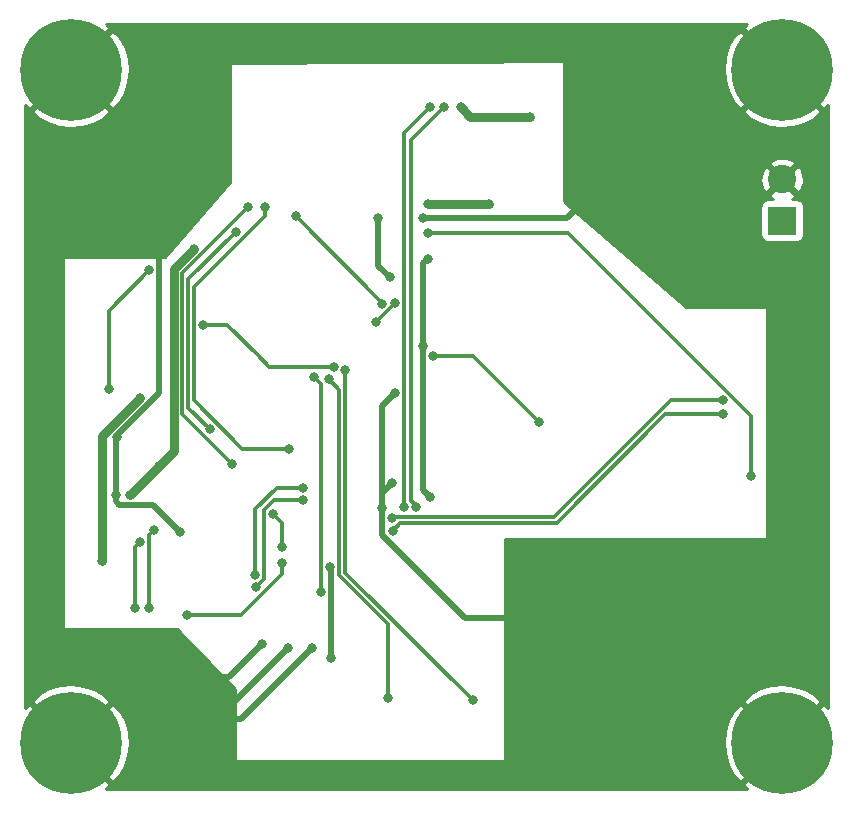
<source format=gbr>
%TF.GenerationSoftware,KiCad,Pcbnew,(5.1.9-0-10_14)*%
%TF.CreationDate,2021-04-28T14:39:26+08:00*%
%TF.ProjectId,TPT_PCB,5450545f-5043-4422-9e6b-696361645f70,rev?*%
%TF.SameCoordinates,Original*%
%TF.FileFunction,Copper,L2,Bot*%
%TF.FilePolarity,Positive*%
%FSLAX46Y46*%
G04 Gerber Fmt 4.6, Leading zero omitted, Abs format (unit mm)*
G04 Created by KiCad (PCBNEW (5.1.9-0-10_14)) date 2021-04-28 14:39:26*
%MOMM*%
%LPD*%
G01*
G04 APERTURE LIST*
%TA.AperFunction,ComponentPad*%
%ADD10C,2.400000*%
%TD*%
%TA.AperFunction,ComponentPad*%
%ADD11R,2.400000X2.400000*%
%TD*%
%TA.AperFunction,ComponentPad*%
%ADD12C,0.900000*%
%TD*%
%TA.AperFunction,ComponentPad*%
%ADD13C,8.600000*%
%TD*%
%TA.AperFunction,ViaPad*%
%ADD14C,0.800000*%
%TD*%
%TA.AperFunction,Conductor*%
%ADD15C,0.750000*%
%TD*%
%TA.AperFunction,Conductor*%
%ADD16C,0.500000*%
%TD*%
%TA.AperFunction,Conductor*%
%ADD17C,0.300000*%
%TD*%
%TA.AperFunction,Conductor*%
%ADD18C,0.254000*%
%TD*%
%TA.AperFunction,Conductor*%
%ADD19C,0.100000*%
%TD*%
G04 APERTURE END LIST*
D10*
%TO.P,J7,2*%
%TO.N,GND*%
X189000000Y-74300000D03*
D11*
%TO.P,J7,1*%
%TO.N,+5V*%
X189000000Y-77800000D03*
%TD*%
D12*
%TO.P,H1,1*%
%TO.N,GND*%
X191280419Y-62719581D03*
X189000000Y-61775000D03*
X186719581Y-62719581D03*
X185775000Y-65000000D03*
X186719581Y-67280419D03*
X189000000Y-68225000D03*
X191280419Y-67280419D03*
X192225000Y-65000000D03*
D13*
X189000000Y-65000000D03*
%TD*%
%TO.P,H2,1*%
%TO.N,GND*%
X189000000Y-122000000D03*
D12*
X192225000Y-122000000D03*
X191280419Y-124280419D03*
X189000000Y-125225000D03*
X186719581Y-124280419D03*
X185775000Y-122000000D03*
X186719581Y-119719581D03*
X189000000Y-118775000D03*
X191280419Y-119719581D03*
%TD*%
%TO.P,H3,1*%
%TO.N,GND*%
X131080419Y-62719581D03*
X128800000Y-61775000D03*
X126519581Y-62719581D03*
X125575000Y-65000000D03*
X126519581Y-67280419D03*
X128800000Y-68225000D03*
X131080419Y-67280419D03*
X132025000Y-65000000D03*
D13*
X128800000Y-65000000D03*
%TD*%
%TO.P,H4,1*%
%TO.N,GND*%
X128800000Y-122000000D03*
D12*
X132025000Y-122000000D03*
X131080419Y-124280419D03*
X128800000Y-125225000D03*
X126519581Y-124280419D03*
X125575000Y-122000000D03*
X126519581Y-119719581D03*
X128800000Y-118775000D03*
X131080419Y-119719581D03*
%TD*%
D14*
%TO.N,+5V*%
X167650000Y-69000000D03*
X161800000Y-68200000D03*
X162600000Y-69000000D03*
X131400000Y-106600000D03*
X134600000Y-92800000D03*
%TO.N,+3V3*%
X164200000Y-76400000D03*
X159000000Y-76400000D03*
X158994669Y-80994669D03*
X159200000Y-101200000D03*
X158625009Y-88374991D03*
X150749990Y-107100040D03*
X150800000Y-114800000D03*
X133800000Y-101000000D03*
X139169669Y-80169669D03*
X136200000Y-98600000D03*
%TO.N,/NRST*%
X147800000Y-77400000D03*
X155118440Y-84870898D03*
X159475010Y-89227468D03*
X168400000Y-94800000D03*
%TO.N,/Forward_LED*%
X152000000Y-90400000D03*
X162800000Y-118400000D03*
%TO.N,/Left_LED*%
X159000000Y-78800000D03*
X186400000Y-99400000D03*
%TO.N,/Right_LED*%
X132000000Y-92000000D03*
X139950020Y-86591109D03*
X151029856Y-90157464D03*
X135400000Y-82000000D03*
%TO.N,/Upward_LED*%
X155600000Y-118200000D03*
X150600000Y-91200000D03*
%TO.N,/Rear_LED*%
X154600000Y-86400000D03*
X156250000Y-84800000D03*
%TO.N,/Right_SCL*%
X146650000Y-105382081D03*
X145900001Y-102597524D03*
%TO.N,/Right_SDA*%
X146650000Y-106800000D03*
X138600000Y-111212510D03*
%TO.N,/Rear_SCL*%
X157000000Y-102000000D03*
X159200000Y-68200000D03*
%TO.N,/Rear_SDA*%
X160400000Y-68200000D03*
X158000003Y-102000000D03*
%TO.N,/Left_SCL*%
X184000000Y-93000000D03*
X156000000Y-103000000D03*
%TO.N,/Left_SDA*%
X184000000Y-94200000D03*
X156030331Y-104030331D03*
%TO.N,/Upward_SCL*%
X134200000Y-110600000D03*
X134650000Y-105000000D03*
%TO.N,/Upward_SDA*%
X135800000Y-104000000D03*
X135400000Y-110600000D03*
%TO.N,/SWO*%
X147257239Y-97096319D03*
X145200000Y-76600000D03*
%TO.N,/SWCLK*%
X142400000Y-98400000D03*
X143800000Y-76600000D03*
%TO.N,/SWDIO*%
X142730331Y-78730331D03*
X140530331Y-95469669D03*
%TO.N,/Master_Reset*%
X149951425Y-109201067D03*
X149369669Y-91030331D03*
%TO.N,Master_SDA*%
X144430329Y-108830332D03*
X148400000Y-101400000D03*
%TO.N,Master_SCL*%
X144400000Y-107800000D03*
X148400000Y-100400000D03*
%TO.N,GND*%
X176800000Y-71000000D03*
X180000000Y-76000000D03*
X173400000Y-77600000D03*
X179000000Y-111600000D03*
X168400000Y-113600000D03*
X130994669Y-80605331D03*
X132600000Y-101000000D03*
X141600000Y-117400000D03*
X145000000Y-113600000D03*
X166400000Y-120850008D03*
X190600000Y-106000000D03*
X183400000Y-83600000D03*
X172400000Y-77375000D03*
X171800000Y-63000000D03*
X171600000Y-64000000D03*
X140400000Y-73000000D03*
X158600000Y-77600000D03*
X155800000Y-82600000D03*
X154800000Y-77600000D03*
X156200000Y-92400000D03*
X156000000Y-100000000D03*
X155149999Y-102149999D03*
X147200000Y-113950000D03*
X149200000Y-113950000D03*
X138000000Y-104125000D03*
X132660429Y-96118431D03*
X173800000Y-106000000D03*
X166600000Y-106200000D03*
X172600000Y-118800000D03*
X127000000Y-89200000D03*
%TD*%
D15*
%TO.N,+5V*%
X162600000Y-69000000D02*
X161800000Y-68200000D01*
X167650000Y-69000000D02*
X162600000Y-69000000D01*
X131400000Y-96000000D02*
X134600000Y-92800000D01*
X131400000Y-106600000D02*
X131400000Y-96000000D01*
%TO.N,+3V3*%
X164200000Y-76400000D02*
X159000000Y-76400000D01*
D16*
X158625009Y-100625009D02*
X159200000Y-101200000D01*
X158994669Y-80994669D02*
X158625009Y-81364329D01*
X158625009Y-88374991D02*
X158625009Y-100625009D01*
X158625009Y-81364329D02*
X158625009Y-88374991D01*
X150801426Y-114798574D02*
X150800000Y-114800000D01*
X150801426Y-107151476D02*
X150801426Y-114798574D01*
X150749990Y-107100040D02*
X150801426Y-107151476D01*
D15*
X137474990Y-81864348D02*
X137474990Y-97325010D01*
X139169669Y-80169669D02*
X137474990Y-81864348D01*
X136200000Y-98600000D02*
X133800000Y-101000000D01*
X137474990Y-97325010D02*
X136200000Y-98600000D01*
D17*
%TO.N,/NRST*%
X155118440Y-84718440D02*
X155118440Y-84870898D01*
X147800000Y-77400000D02*
X155118440Y-84718440D01*
X162827468Y-89227468D02*
X168400000Y-94800000D01*
X159475010Y-89227468D02*
X162827468Y-89227468D01*
%TO.N,/Forward_LED*%
X152000000Y-107600000D02*
X162800000Y-118400000D01*
X152000000Y-90400000D02*
X152000000Y-107600000D01*
%TO.N,/Left_LED*%
X186400000Y-94289998D02*
X186400000Y-99400000D01*
X170910002Y-78800000D02*
X186400000Y-94289998D01*
X159000000Y-78800000D02*
X170910002Y-78800000D01*
%TO.N,/Right_LED*%
X139950020Y-86591109D02*
X141991109Y-86591109D01*
X151029856Y-90157464D02*
X145557464Y-90157464D01*
X144600000Y-89200000D02*
X144769668Y-89369668D01*
X145557464Y-90157464D02*
X144600000Y-89200000D01*
X141991109Y-86591109D02*
X144600000Y-89200000D01*
X132000000Y-85400000D02*
X132000000Y-92000000D01*
X135400000Y-82000000D02*
X132000000Y-85400000D01*
%TO.N,/Upward_LED*%
X151499990Y-107807110D02*
X155600000Y-111907120D01*
X155600000Y-111907120D02*
X155600000Y-118200000D01*
X151499990Y-92099990D02*
X151499990Y-92900010D01*
X151499990Y-92900010D02*
X151499990Y-107807110D01*
X150600000Y-91200000D02*
X151499990Y-92099990D01*
X151499990Y-92607454D02*
X151499990Y-92900010D01*
%TO.N,/Rear_LED*%
X154650000Y-86400000D02*
X156250000Y-84800000D01*
X154600000Y-86400000D02*
X154650000Y-86400000D01*
%TO.N,/Right_SCL*%
X146650000Y-103347523D02*
X145900001Y-102597524D01*
X146650000Y-105382081D02*
X146650000Y-103347523D01*
%TO.N,/Right_SDA*%
X143158153Y-111212510D02*
X138600000Y-111212510D01*
X146650000Y-107720663D02*
X143158153Y-111212510D01*
X146650000Y-106800000D02*
X146650000Y-107720663D01*
%TO.N,/Rear_SCL*%
X157000000Y-70400000D02*
X159200000Y-68200000D01*
X157000000Y-102000000D02*
X157000000Y-70400000D01*
%TO.N,/Rear_SDA*%
X160400000Y-68200000D02*
X157600000Y-71000000D01*
X157600000Y-101489998D02*
X158000003Y-101890001D01*
X158000003Y-101890001D02*
X158000003Y-102000000D01*
X157600000Y-71000000D02*
X157600000Y-101489998D01*
%TO.N,/Left_SCL*%
X179600000Y-93000000D02*
X184000000Y-93000000D01*
X156100000Y-102900000D02*
X169700000Y-102900000D01*
X169700000Y-102900000D02*
X179600000Y-93000000D01*
%TO.N,/Left_SDA*%
X179107120Y-94200000D02*
X184000000Y-94200000D01*
X169907110Y-103400010D02*
X179107120Y-94200000D01*
X156660651Y-103400010D02*
X169907110Y-103400010D01*
X156030331Y-104030331D02*
X156660651Y-103400010D01*
%TO.N,/Upward_SCL*%
X134200000Y-105450000D02*
X134650000Y-105000000D01*
X134200000Y-110600000D02*
X134200000Y-105450000D01*
%TO.N,/Upward_SDA*%
X135400000Y-104400000D02*
X135400000Y-110600000D01*
X135800000Y-104000000D02*
X135400000Y-104400000D01*
%TO.N,/SWO*%
X147257239Y-97096319D02*
X143296319Y-97096319D01*
X139200020Y-83370644D02*
X145200000Y-77370664D01*
X145200000Y-77370664D02*
X145200000Y-76600000D01*
X139200020Y-93000020D02*
X139200020Y-83370644D01*
X143296319Y-97096319D02*
X139200020Y-93000020D01*
%TO.N,/SWCLK*%
X142400000Y-98400000D02*
X138200000Y-94200000D01*
X138200000Y-82200000D02*
X143800000Y-76600000D01*
X138200000Y-94200000D02*
X138200000Y-82200000D01*
%TO.N,/SWDIO*%
X142730331Y-78730331D02*
X138700010Y-82760652D01*
X138700010Y-93639348D02*
X140530331Y-95469669D01*
X138700010Y-82760652D02*
X138700010Y-93639348D01*
%TO.N,/Master_Reset*%
X149369669Y-91030331D02*
X149951425Y-91612087D01*
X149951425Y-91612087D02*
X149951425Y-92751425D01*
X149951425Y-92751425D02*
X149951425Y-92551425D01*
X149951425Y-109201067D02*
X149951425Y-92751425D01*
%TO.N,Master_SDA*%
X145150001Y-108110660D02*
X145150001Y-102249999D01*
X144430329Y-108830332D02*
X145150001Y-108110660D01*
X145150001Y-102249999D02*
X146000000Y-101400000D01*
X146000000Y-101400000D02*
X148400000Y-101400000D01*
%TO.N,Master_SCL*%
X144400000Y-102200000D02*
X144400000Y-107800000D01*
X146200000Y-100400000D02*
X144400000Y-102200000D01*
X148400000Y-100400000D02*
X146200000Y-100400000D01*
D16*
%TO.N,GND*%
X136250001Y-92408001D02*
X136250001Y-79650001D01*
X132600000Y-96058002D02*
X136250001Y-92408001D01*
X132600000Y-101000000D02*
X132600000Y-96058002D01*
X145000000Y-113600000D02*
X142200000Y-116400000D01*
X142200000Y-116400000D02*
X140800000Y-116400000D01*
X158600000Y-77600000D02*
X170800000Y-77600000D01*
X170800000Y-77600000D02*
X173800000Y-74600000D01*
X155800000Y-82600000D02*
X154800000Y-81600000D01*
X154800000Y-81600000D02*
X154800000Y-77600000D01*
X155149999Y-104408001D02*
X162141998Y-111400000D01*
X156200000Y-92400000D02*
X155149999Y-93450001D01*
X162141998Y-111400000D02*
X167200000Y-111400000D01*
X155149999Y-100850001D02*
X155149999Y-101050001D01*
X156000000Y-100000000D02*
X155149999Y-100850001D01*
X155149999Y-93450001D02*
X155149999Y-101050001D01*
X155149999Y-102149999D02*
X155149999Y-104408001D01*
X155149999Y-101050001D02*
X155149999Y-102149999D01*
X147200000Y-113950000D02*
X141550000Y-119600000D01*
X149200000Y-113950000D02*
X143150000Y-120000000D01*
X143150000Y-120000000D02*
X141600000Y-120000000D01*
X132600000Y-101565685D02*
X132600000Y-101000000D01*
X132884316Y-101850001D02*
X132600000Y-101565685D01*
X135725001Y-101850001D02*
X132884316Y-101850001D01*
X138000000Y-104125000D02*
X135725001Y-101850001D01*
%TD*%
D18*
%TO.N,GND*%
X185696787Y-61517182D02*
X189000000Y-64820395D01*
X189014143Y-64806253D01*
X189193748Y-64985858D01*
X189179605Y-65000000D01*
X192482818Y-68303213D01*
X192890001Y-67970508D01*
X192890001Y-85073000D01*
X180847322Y-85073000D01*
X171056300Y-76600000D01*
X187161928Y-76600000D01*
X187161928Y-79000000D01*
X187174188Y-79124482D01*
X187210498Y-79244180D01*
X187269463Y-79354494D01*
X187348815Y-79451185D01*
X187445506Y-79530537D01*
X187555820Y-79589502D01*
X187675518Y-79625812D01*
X187800000Y-79638072D01*
X190200000Y-79638072D01*
X190324482Y-79625812D01*
X190444180Y-79589502D01*
X190554494Y-79530537D01*
X190651185Y-79451185D01*
X190730537Y-79354494D01*
X190789502Y-79244180D01*
X190825812Y-79124482D01*
X190838072Y-79000000D01*
X190838072Y-76600000D01*
X190825812Y-76475518D01*
X190789502Y-76355820D01*
X190730537Y-76245506D01*
X190651185Y-76148815D01*
X190554494Y-76069463D01*
X190444180Y-76010498D01*
X190324482Y-75974188D01*
X190200000Y-75961928D01*
X189793097Y-75961928D01*
X189978486Y-75862836D01*
X190098374Y-75577980D01*
X189000000Y-74479605D01*
X187901626Y-75577980D01*
X188021514Y-75862836D01*
X188220912Y-75961928D01*
X187800000Y-75961928D01*
X187675518Y-75974188D01*
X187555820Y-76010498D01*
X187445506Y-76069463D01*
X187348815Y-76148815D01*
X187269463Y-76245506D01*
X187210498Y-76355820D01*
X187174188Y-76475518D01*
X187161928Y-76600000D01*
X171056300Y-76600000D01*
X170527000Y-76141952D01*
X170527000Y-74354684D01*
X187156933Y-74354684D01*
X187203015Y-74713198D01*
X187318154Y-75055833D01*
X187437164Y-75278486D01*
X187722020Y-75398374D01*
X188820395Y-74300000D01*
X189179605Y-74300000D01*
X190277980Y-75398374D01*
X190562836Y-75278486D01*
X190723699Y-74954790D01*
X190818322Y-74605931D01*
X190843067Y-74245316D01*
X190796985Y-73886802D01*
X190681846Y-73544167D01*
X190562836Y-73321514D01*
X190277980Y-73201626D01*
X189179605Y-74300000D01*
X188820395Y-74300000D01*
X187722020Y-73201626D01*
X187437164Y-73321514D01*
X187276301Y-73645210D01*
X187181678Y-73994069D01*
X187156933Y-74354684D01*
X170527000Y-74354684D01*
X170527000Y-73022020D01*
X187901626Y-73022020D01*
X189000000Y-74120395D01*
X190098374Y-73022020D01*
X189978486Y-72737164D01*
X189654790Y-72576301D01*
X189305931Y-72481678D01*
X188945316Y-72456933D01*
X188586802Y-72503015D01*
X188244167Y-72618154D01*
X188021514Y-72737164D01*
X187901626Y-73022020D01*
X170527000Y-73022020D01*
X170527000Y-68482818D01*
X185696787Y-68482818D01*
X186188946Y-69085149D01*
X187039933Y-69555063D01*
X187966243Y-69849929D01*
X188932281Y-69958414D01*
X189900921Y-69876351D01*
X190834938Y-69606893D01*
X191698440Y-69160394D01*
X191811054Y-69085149D01*
X192303213Y-68482818D01*
X189000000Y-65179605D01*
X185696787Y-68482818D01*
X170527000Y-68482818D01*
X170527000Y-64932281D01*
X184041586Y-64932281D01*
X184123649Y-65900921D01*
X184393107Y-66834938D01*
X184839606Y-67698440D01*
X184914851Y-67811054D01*
X185517182Y-68303213D01*
X188820395Y-65000000D01*
X185517182Y-61696787D01*
X184914851Y-62188946D01*
X184444937Y-63039933D01*
X184150071Y-63966243D01*
X184041586Y-64932281D01*
X170527000Y-64932281D01*
X170527000Y-61110000D01*
X186029492Y-61110000D01*
X185696787Y-61517182D01*
%TA.AperFunction,Conductor*%
D19*
G36*
X185696787Y-61517182D02*
G01*
X189000000Y-64820395D01*
X189014143Y-64806253D01*
X189193748Y-64985858D01*
X189179605Y-65000000D01*
X192482818Y-68303213D01*
X192890001Y-67970508D01*
X192890001Y-85073000D01*
X180847322Y-85073000D01*
X171056300Y-76600000D01*
X187161928Y-76600000D01*
X187161928Y-79000000D01*
X187174188Y-79124482D01*
X187210498Y-79244180D01*
X187269463Y-79354494D01*
X187348815Y-79451185D01*
X187445506Y-79530537D01*
X187555820Y-79589502D01*
X187675518Y-79625812D01*
X187800000Y-79638072D01*
X190200000Y-79638072D01*
X190324482Y-79625812D01*
X190444180Y-79589502D01*
X190554494Y-79530537D01*
X190651185Y-79451185D01*
X190730537Y-79354494D01*
X190789502Y-79244180D01*
X190825812Y-79124482D01*
X190838072Y-79000000D01*
X190838072Y-76600000D01*
X190825812Y-76475518D01*
X190789502Y-76355820D01*
X190730537Y-76245506D01*
X190651185Y-76148815D01*
X190554494Y-76069463D01*
X190444180Y-76010498D01*
X190324482Y-75974188D01*
X190200000Y-75961928D01*
X189793097Y-75961928D01*
X189978486Y-75862836D01*
X190098374Y-75577980D01*
X189000000Y-74479605D01*
X187901626Y-75577980D01*
X188021514Y-75862836D01*
X188220912Y-75961928D01*
X187800000Y-75961928D01*
X187675518Y-75974188D01*
X187555820Y-76010498D01*
X187445506Y-76069463D01*
X187348815Y-76148815D01*
X187269463Y-76245506D01*
X187210498Y-76355820D01*
X187174188Y-76475518D01*
X187161928Y-76600000D01*
X171056300Y-76600000D01*
X170527000Y-76141952D01*
X170527000Y-74354684D01*
X187156933Y-74354684D01*
X187203015Y-74713198D01*
X187318154Y-75055833D01*
X187437164Y-75278486D01*
X187722020Y-75398374D01*
X188820395Y-74300000D01*
X189179605Y-74300000D01*
X190277980Y-75398374D01*
X190562836Y-75278486D01*
X190723699Y-74954790D01*
X190818322Y-74605931D01*
X190843067Y-74245316D01*
X190796985Y-73886802D01*
X190681846Y-73544167D01*
X190562836Y-73321514D01*
X190277980Y-73201626D01*
X189179605Y-74300000D01*
X188820395Y-74300000D01*
X187722020Y-73201626D01*
X187437164Y-73321514D01*
X187276301Y-73645210D01*
X187181678Y-73994069D01*
X187156933Y-74354684D01*
X170527000Y-74354684D01*
X170527000Y-73022020D01*
X187901626Y-73022020D01*
X189000000Y-74120395D01*
X190098374Y-73022020D01*
X189978486Y-72737164D01*
X189654790Y-72576301D01*
X189305931Y-72481678D01*
X188945316Y-72456933D01*
X188586802Y-72503015D01*
X188244167Y-72618154D01*
X188021514Y-72737164D01*
X187901626Y-73022020D01*
X170527000Y-73022020D01*
X170527000Y-68482818D01*
X185696787Y-68482818D01*
X186188946Y-69085149D01*
X187039933Y-69555063D01*
X187966243Y-69849929D01*
X188932281Y-69958414D01*
X189900921Y-69876351D01*
X190834938Y-69606893D01*
X191698440Y-69160394D01*
X191811054Y-69085149D01*
X192303213Y-68482818D01*
X189000000Y-65179605D01*
X185696787Y-68482818D01*
X170527000Y-68482818D01*
X170527000Y-64932281D01*
X184041586Y-64932281D01*
X184123649Y-65900921D01*
X184393107Y-66834938D01*
X184839606Y-67698440D01*
X184914851Y-67811054D01*
X185517182Y-68303213D01*
X188820395Y-65000000D01*
X185517182Y-61696787D01*
X184914851Y-62188946D01*
X184444937Y-63039933D01*
X184150071Y-63966243D01*
X184041586Y-64932281D01*
X170527000Y-64932281D01*
X170527000Y-61110000D01*
X186029492Y-61110000D01*
X185696787Y-61517182D01*
G37*
%TD.AperFunction*%
%TD*%
D18*
%TO.N,GND*%
X142273000Y-74552282D02*
X136742372Y-80873000D01*
X124910000Y-80873000D01*
X124910000Y-68482818D01*
X125496787Y-68482818D01*
X125988946Y-69085149D01*
X126839933Y-69555063D01*
X127766243Y-69849929D01*
X128732281Y-69958414D01*
X129700921Y-69876351D01*
X130634938Y-69606893D01*
X131498440Y-69160394D01*
X131611054Y-69085149D01*
X132103213Y-68482818D01*
X128800000Y-65179605D01*
X125496787Y-68482818D01*
X124910000Y-68482818D01*
X124910000Y-67970508D01*
X125317182Y-68303213D01*
X128620395Y-65000000D01*
X128979605Y-65000000D01*
X132282818Y-68303213D01*
X132885149Y-67811054D01*
X133355063Y-66960067D01*
X133649929Y-66033757D01*
X133758414Y-65067719D01*
X133676351Y-64099079D01*
X133406893Y-63165062D01*
X132960394Y-62301560D01*
X132885149Y-62188946D01*
X132282818Y-61696787D01*
X128979605Y-65000000D01*
X128620395Y-65000000D01*
X128606253Y-64985858D01*
X128785858Y-64806253D01*
X128800000Y-64820395D01*
X132103213Y-61517182D01*
X131770508Y-61110000D01*
X142273000Y-61110000D01*
X142273000Y-74552282D01*
%TA.AperFunction,Conductor*%
D19*
G36*
X142273000Y-74552282D02*
G01*
X136742372Y-80873000D01*
X124910000Y-80873000D01*
X124910000Y-68482818D01*
X125496787Y-68482818D01*
X125988946Y-69085149D01*
X126839933Y-69555063D01*
X127766243Y-69849929D01*
X128732281Y-69958414D01*
X129700921Y-69876351D01*
X130634938Y-69606893D01*
X131498440Y-69160394D01*
X131611054Y-69085149D01*
X132103213Y-68482818D01*
X128800000Y-65179605D01*
X125496787Y-68482818D01*
X124910000Y-68482818D01*
X124910000Y-67970508D01*
X125317182Y-68303213D01*
X128620395Y-65000000D01*
X128979605Y-65000000D01*
X132282818Y-68303213D01*
X132885149Y-67811054D01*
X133355063Y-66960067D01*
X133649929Y-66033757D01*
X133758414Y-65067719D01*
X133676351Y-64099079D01*
X133406893Y-63165062D01*
X132960394Y-62301560D01*
X132885149Y-62188946D01*
X132282818Y-61696787D01*
X128979605Y-65000000D01*
X128620395Y-65000000D01*
X128606253Y-64985858D01*
X128785858Y-64806253D01*
X128800000Y-64820395D01*
X132103213Y-61517182D01*
X131770508Y-61110000D01*
X142273000Y-61110000D01*
X142273000Y-74552282D01*
G37*
%TD.AperFunction*%
%TD*%
D18*
%TO.N,GND*%
X142673000Y-117451153D02*
X142673000Y-125890000D01*
X131770508Y-125890000D01*
X132103213Y-125482818D01*
X128800000Y-122179605D01*
X128785858Y-122193748D01*
X128606253Y-122014143D01*
X128620395Y-122000000D01*
X128979605Y-122000000D01*
X132282818Y-125303213D01*
X132885149Y-124811054D01*
X133355063Y-123960067D01*
X133649929Y-123033757D01*
X133758414Y-122067719D01*
X133676351Y-121099079D01*
X133406893Y-120165062D01*
X132960394Y-119301560D01*
X132885149Y-119188946D01*
X132282818Y-118696787D01*
X128979605Y-122000000D01*
X128620395Y-122000000D01*
X125317182Y-118696787D01*
X124910000Y-119029492D01*
X124910000Y-118517182D01*
X125496787Y-118517182D01*
X128800000Y-121820395D01*
X132103213Y-118517182D01*
X131611054Y-117914851D01*
X130760067Y-117444937D01*
X129833757Y-117150071D01*
X128867719Y-117041586D01*
X127899079Y-117123649D01*
X126965062Y-117393107D01*
X126101560Y-117839606D01*
X125988946Y-117914851D01*
X125496787Y-118517182D01*
X124910000Y-118517182D01*
X124910000Y-112327000D01*
X137745930Y-112327000D01*
X142673000Y-117451153D01*
%TA.AperFunction,Conductor*%
D19*
G36*
X142673000Y-117451153D02*
G01*
X142673000Y-125890000D01*
X131770508Y-125890000D01*
X132103213Y-125482818D01*
X128800000Y-122179605D01*
X128785858Y-122193748D01*
X128606253Y-122014143D01*
X128620395Y-122000000D01*
X128979605Y-122000000D01*
X132282818Y-125303213D01*
X132885149Y-124811054D01*
X133355063Y-123960067D01*
X133649929Y-123033757D01*
X133758414Y-122067719D01*
X133676351Y-121099079D01*
X133406893Y-120165062D01*
X132960394Y-119301560D01*
X132885149Y-119188946D01*
X132282818Y-118696787D01*
X128979605Y-122000000D01*
X128620395Y-122000000D01*
X125317182Y-118696787D01*
X124910000Y-119029492D01*
X124910000Y-118517182D01*
X125496787Y-118517182D01*
X128800000Y-121820395D01*
X132103213Y-118517182D01*
X131611054Y-117914851D01*
X130760067Y-117444937D01*
X129833757Y-117150071D01*
X128867719Y-117041586D01*
X127899079Y-117123649D01*
X126965062Y-117393107D01*
X126101560Y-117839606D01*
X125988946Y-117914851D01*
X125496787Y-118517182D01*
X124910000Y-118517182D01*
X124910000Y-112327000D01*
X137745930Y-112327000D01*
X142673000Y-117451153D01*
G37*
%TD.AperFunction*%
%TD*%
D18*
%TO.N,GND*%
X192890000Y-119029492D02*
X192482818Y-118696787D01*
X189179605Y-122000000D01*
X189193748Y-122014143D01*
X189014143Y-122193748D01*
X189000000Y-122179605D01*
X185696787Y-125482818D01*
X186029492Y-125890000D01*
X165527000Y-125890000D01*
X165527000Y-121932281D01*
X184041586Y-121932281D01*
X184123649Y-122900921D01*
X184393107Y-123834938D01*
X184839606Y-124698440D01*
X184914851Y-124811054D01*
X185517182Y-125303213D01*
X188820395Y-122000000D01*
X185517182Y-118696787D01*
X184914851Y-119188946D01*
X184444937Y-120039933D01*
X184150071Y-120966243D01*
X184041586Y-121932281D01*
X165527000Y-121932281D01*
X165527000Y-118517182D01*
X185696787Y-118517182D01*
X189000000Y-121820395D01*
X192303213Y-118517182D01*
X191811054Y-117914851D01*
X190960067Y-117444937D01*
X190033757Y-117150071D01*
X189067719Y-117041586D01*
X188099079Y-117123649D01*
X187165062Y-117393107D01*
X186301560Y-117839606D01*
X186188946Y-117914851D01*
X185696787Y-118517182D01*
X165527000Y-118517182D01*
X165527000Y-104727000D01*
X192890000Y-104727000D01*
X192890000Y-119029492D01*
%TA.AperFunction,Conductor*%
D19*
G36*
X192890000Y-119029492D02*
G01*
X192482818Y-118696787D01*
X189179605Y-122000000D01*
X189193748Y-122014143D01*
X189014143Y-122193748D01*
X189000000Y-122179605D01*
X185696787Y-125482818D01*
X186029492Y-125890000D01*
X165527000Y-125890000D01*
X165527000Y-121932281D01*
X184041586Y-121932281D01*
X184123649Y-122900921D01*
X184393107Y-123834938D01*
X184839606Y-124698440D01*
X184914851Y-124811054D01*
X185517182Y-125303213D01*
X188820395Y-122000000D01*
X185517182Y-118696787D01*
X184914851Y-119188946D01*
X184444937Y-120039933D01*
X184150071Y-120966243D01*
X184041586Y-121932281D01*
X165527000Y-121932281D01*
X165527000Y-118517182D01*
X185696787Y-118517182D01*
X189000000Y-121820395D01*
X192303213Y-118517182D01*
X191811054Y-117914851D01*
X190960067Y-117444937D01*
X190033757Y-117150071D01*
X189067719Y-117041586D01*
X188099079Y-117123649D01*
X187165062Y-117393107D01*
X186301560Y-117839606D01*
X186188946Y-117914851D01*
X185696787Y-118517182D01*
X165527000Y-118517182D01*
X165527000Y-104727000D01*
X192890000Y-104727000D01*
X192890000Y-119029492D01*
G37*
%TD.AperFunction*%
%TD*%
D18*
%TO.N,GND*%
X128073000Y-113473000D02*
X124910000Y-113473000D01*
X124910000Y-79727000D01*
X128073000Y-79727000D01*
X128073000Y-113473000D01*
%TA.AperFunction,Conductor*%
D19*
G36*
X128073000Y-113473000D02*
G01*
X124910000Y-113473000D01*
X124910000Y-79727000D01*
X128073000Y-79727000D01*
X128073000Y-113473000D01*
G37*
%TD.AperFunction*%
%TD*%
D18*
%TO.N,GND*%
X166873000Y-125890000D02*
X140527000Y-125890000D01*
X140527000Y-123527000D01*
X166873000Y-123527000D01*
X166873000Y-125890000D01*
%TA.AperFunction,Conductor*%
D19*
G36*
X166873000Y-125890000D02*
G01*
X140527000Y-125890000D01*
X140527000Y-123527000D01*
X166873000Y-123527000D01*
X166873000Y-125890000D01*
G37*
%TD.AperFunction*%
%TD*%
D18*
%TO.N,GND*%
X192890000Y-109273000D02*
X187727000Y-109273000D01*
X187727000Y-81927000D01*
X192890001Y-81927000D01*
X192890000Y-109273000D01*
%TA.AperFunction,Conductor*%
D19*
G36*
X192890000Y-109273000D02*
G01*
X187727000Y-109273000D01*
X187727000Y-81927000D01*
X192890001Y-81927000D01*
X192890000Y-109273000D01*
G37*
%TD.AperFunction*%
%TD*%
D18*
%TO.N,GND*%
X173673000Y-64273753D02*
X140327000Y-64472242D01*
X140327000Y-61110000D01*
X173673000Y-61110000D01*
X173673000Y-64273753D01*
%TA.AperFunction,Conductor*%
D19*
G36*
X173673000Y-64273753D02*
G01*
X140327000Y-64472242D01*
X140327000Y-61110000D01*
X173673000Y-61110000D01*
X173673000Y-64273753D01*
G37*
%TD.AperFunction*%
%TD*%
M02*

</source>
